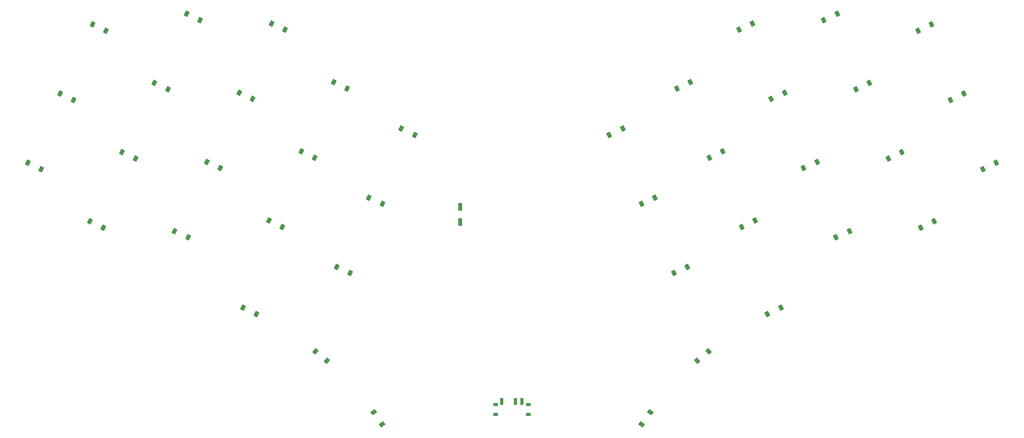
<source format=gbr>
%TF.GenerationSoftware,KiCad,Pcbnew,7.0.10*%
%TF.CreationDate,2024-01-18T08:47:23+01:00*%
%TF.ProjectId,turbo_go_2,74757262-6f5f-4676-9f5f-322e6b696361,v1.0.0*%
%TF.SameCoordinates,Original*%
%TF.FileFunction,Paste,Top*%
%TF.FilePolarity,Positive*%
%FSLAX46Y46*%
G04 Gerber Fmt 4.6, Leading zero omitted, Abs format (unit mm)*
G04 Created by KiCad (PCBNEW 7.0.10) date 2024-01-18 08:47:23*
%MOMM*%
%LPD*%
G01*
G04 APERTURE LIST*
G04 Aperture macros list*
%AMRotRect*
0 Rectangle, with rotation*
0 The origin of the aperture is its center*
0 $1 length*
0 $2 width*
0 $3 Rotation angle, in degrees counterclockwise*
0 Add horizontal line*
21,1,$1,$2,0,0,$3*%
G04 Aperture macros list end*
%ADD10RotRect,0.900000X1.200000X335.000000*%
%ADD11RotRect,0.900000X1.200000X25.000000*%
%ADD12R,0.900000X1.700000*%
%ADD13RotRect,0.900000X1.200000X305.000000*%
%ADD14RotRect,0.900000X1.200000X320.000000*%
%ADD15RotRect,0.900000X1.200000X55.000000*%
%ADD16R,1.000000X0.800000*%
%ADD17R,0.700000X1.500000*%
%ADD18RotRect,0.900000X1.200000X40.000000*%
G04 APERTURE END LIST*
D10*
%TO.C,D9*%
X92339628Y-125129413D03*
X95330444Y-126524053D03*
%TD*%
D11*
%TO.C,D23*%
X250393460Y-95902560D03*
X253384276Y-94507920D03*
%TD*%
%TO.C,D51*%
X210581864Y-95709587D03*
X213572680Y-94314947D03*
%TD*%
%TO.C,D46*%
X236615631Y-108947538D03*
X239606447Y-107552898D03*
%TD*%
%TO.C,D47*%
X229431112Y-93540302D03*
X232421928Y-92145662D03*
%TD*%
%TO.C,D41*%
X264762477Y-126717034D03*
X267753293Y-125322394D03*
%TD*%
%TO.C,D32*%
X211173050Y-139569028D03*
X214163866Y-138174388D03*
%TD*%
D10*
%TO.C,D14*%
X120486478Y-107359918D03*
X123477294Y-108754558D03*
%TD*%
D12*
%TO.C,*%
X148640664Y-135151757D03*
X148640664Y-138551757D03*
%TD*%
D13*
%TO.C,D20*%
X129428647Y-180824782D03*
X131321449Y-183527984D03*
%TD*%
D10*
%TO.C,D15*%
X121163145Y-148500442D03*
X124153961Y-149895082D03*
%TD*%
%TO.C,D64*%
X66305872Y-138367366D03*
X69296688Y-139762006D03*
%TD*%
%TO.C,D71*%
X106708654Y-94314939D03*
X109699470Y-95709579D03*
%TD*%
D11*
%TO.C,D38*%
X216906499Y-158963037D03*
X219897315Y-157568397D03*
%TD*%
%TO.C,D22*%
X257577970Y-111309798D03*
X260568786Y-109915158D03*
%TD*%
%TO.C,D50*%
X217766381Y-111116824D03*
X220757197Y-109722184D03*
%TD*%
%TO.C,D44*%
X250984651Y-139762004D03*
X253975467Y-138367364D03*
%TD*%
D10*
%TO.C,D78*%
X100384014Y-157568397D03*
X103374830Y-158963037D03*
%TD*%
D11*
%TO.C,D49*%
X224950889Y-126524052D03*
X227941705Y-125129412D03*
%TD*%
%TO.C,D33*%
X203988537Y-124161791D03*
X206979353Y-122767151D03*
%TD*%
D10*
%TO.C,D70*%
X99524145Y-109722180D03*
X102514961Y-111116820D03*
%TD*%
D11*
%TO.C,D37*%
X181758349Y-119080615D03*
X184749165Y-117685975D03*
%TD*%
D10*
%TO.C,D61*%
X52528047Y-125322390D03*
X55518863Y-126717030D03*
%TD*%
D11*
%TO.C,D28*%
X232135395Y-141931293D03*
X235126211Y-140536653D03*
%TD*%
D10*
%TO.C,D65*%
X73490380Y-122960133D03*
X76481196Y-124354773D03*
%TD*%
%TO.C,D16*%
X128347662Y-133093209D03*
X131338478Y-134487849D03*
%TD*%
%TO.C,D67*%
X87859405Y-92145667D03*
X90850221Y-93540307D03*
%TD*%
%TO.C,D62*%
X59712558Y-109915147D03*
X62703374Y-111309787D03*
%TD*%
%TO.C,D13*%
X113301978Y-122767160D03*
X116292794Y-124161800D03*
%TD*%
D11*
%TO.C,D55*%
X196127370Y-149895081D03*
X199118186Y-148500441D03*
%TD*%
D14*
%TO.C,D79*%
X116437215Y-167284687D03*
X118965161Y-169405887D03*
%TD*%
D10*
%TO.C,D77*%
X135532168Y-117685972D03*
X138522984Y-119080612D03*
%TD*%
D14*
%TO.C,D19*%
X116437215Y-167284687D03*
X118965161Y-169405887D03*
%TD*%
D15*
%TO.C,D60*%
X188959879Y-183527990D03*
X190852681Y-180824788D03*
%TD*%
D11*
%TO.C,D25*%
X243800138Y-124354772D03*
X246790954Y-122960132D03*
%TD*%
D10*
%TO.C,D3*%
X66897067Y-94507922D03*
X69887883Y-95902562D03*
%TD*%
D11*
%TO.C,D54*%
X196804038Y-108754559D03*
X199794854Y-107359919D03*
%TD*%
D10*
%TO.C,D12*%
X106117463Y-138174387D03*
X109108279Y-139569027D03*
%TD*%
D11*
%TO.C,D56*%
X188942860Y-134487854D03*
X191933676Y-133093214D03*
%TD*%
D16*
%TO.C,*%
X156490670Y-179128508D03*
X156490670Y-181338508D03*
X163790670Y-179128508D03*
X163790670Y-181338508D03*
D17*
X157890670Y-178478508D03*
X160890670Y-178478508D03*
X162390670Y-178478508D03*
%TD*%
D10*
%TO.C,D66*%
X80674892Y-107552900D03*
X83665708Y-108947540D03*
%TD*%
D11*
%TO.C,D34*%
X196804038Y-108754559D03*
X199794854Y-107359919D03*
%TD*%
%TO.C,D48*%
X232135395Y-141931293D03*
X235126211Y-140536653D03*
%TD*%
D10*
%TO.C,D8*%
X85155119Y-140536650D03*
X88145935Y-141931290D03*
%TD*%
D18*
%TO.C,D59*%
X201316164Y-169405888D03*
X203844110Y-167284688D03*
%TD*%
M02*

</source>
